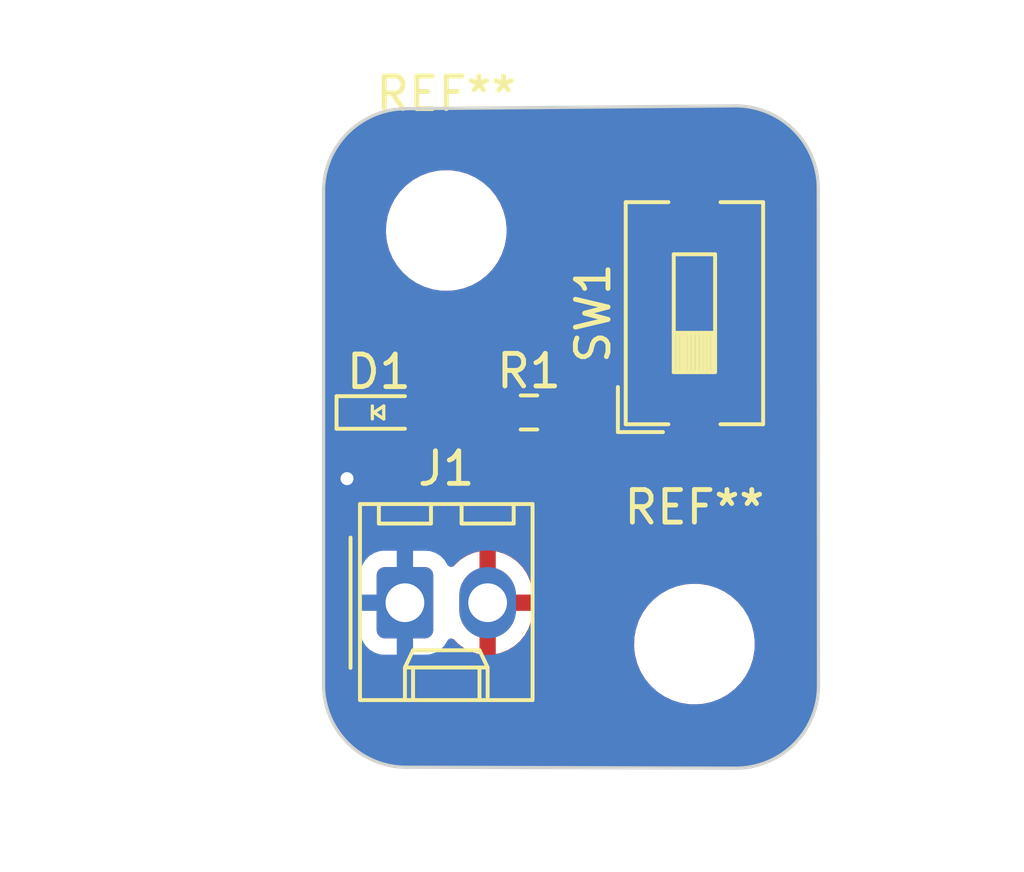
<source format=kicad_pcb>
(kicad_pcb (version 20221018) (generator pcbnew)
  (title_block (title "Proj1") (date "2022-08-16") (rev "0.0") (company "Illini Solar Car") (comment 1 "Designed By: Jack Chang"))
  (layers (0 "F.Cu" signal) (31 "B.Cu" signal) (34 "B.Paste" user) (35 "F.Paste" user) (36 "B.SilkS" user "B.Silkscreen") (37 "F.SilkS" user "F.Silkscreen") (38 "B.Mask" user) (39 "F.Mask" user) (44 "Edge.Cuts" user))
  (net 0 "")
  (net 1 "GND")
  (net 2 "Net-(D1-A)")
  (net 3 "+3V3")
  (net 4 "Net-(R1-Pad1)")
  (footprint "layout:LED_0603_Symbol_on_F.SilkS" (layer "F.Cu") (at 99.53 64.008)
    (fp_text reference "D1" (at 0 -1.25) (layer "F.SilkS"))
    (fp_text value "LED_RED")
    (fp_line (start -1.3 -0.5) (end -1.3 0.5) (stroke (width 0.12)) (layer "F.SilkS"))
    (fp_line (start -1.3 -0.5) (end 0.8 -0.5) (stroke (width 0.12)) (layer "F.SilkS"))
    (fp_line (start -1.3 0.5) (end 0.8 0.5) (stroke (width 0.12)) (layer "F.SilkS"))
    (fp_line (start -0.2 -0.2) (end -0.2 0.2) (stroke (width 0.1)) (layer "F.SilkS"))
    (fp_line (start -0.15 0) (end 0.15 -0.2) (stroke (width 0.1)) (layer "F.SilkS"))
    (fp_line (start 0.15 -0.2) (end 0.15 0.2) (stroke (width 0.1)) (layer "F.SilkS"))
    (fp_line (start 0.15 0.2) (end -0.15 0) (stroke (width 0.1)) (layer "F.SilkS"))
    (pad "1" smd rect (at -0.8 0 180) (size 0.8 0.8) (layers "F.Cu" "F.Paste" "F.Mask") (net 1 "GND"))
    (pad "2" smd rect (at 0.8 0 180) (size 0.8 0.8) (layers "F.Cu" "F.Paste" "F.Mask") (net 2 "Net-(D1-A)"))
  )
  (footprint "Resistor_SMD:R_0603_1608Metric_Pad0.98x0.95mm_HandSolder" (layer "F.Cu") (at 104.14 64.008 180)
    (fp_text reference "R1" (at 0 1.27) (layer "F.SilkS"))
    (fp_text value "105")
    (fp_line (start -0.254724 -0.5225) (end 0.254724 -0.5225) (stroke (width 0.12)) (layer "F.SilkS"))
    (fp_line (start -0.254724 0.5225) (end 0.254724 0.5225) (stroke (width 0.12)) (layer "F.SilkS"))
    (pad "1" smd roundrect (at -0.9125 0 180) (size 0.975 0.95) (layers "F.Cu" "F.Paste" "F.Mask") (net 4 "Net-(R1-Pad1)"))
    (pad "2" smd roundrect (at 0.9125 0 180) (size 0.975 0.95) (layers "F.Cu" "F.Paste" "F.Mask") (net 2 "Net-(D1-A)"))
  )
  (footprint "MountingHole:MountingHole_3.2mm_M3" (layer "F.Cu") (at 109.22 71.12)
    (fp_text reference "REF**" (at 0 -4.2) (layer "F.SilkS"))
    (fp_text value "MountingHole_3.2mm_M3")
    (pad "" np_thru_hole circle (at 0 0) (size 3.2 3.2) (drill 3.2) (layers "*.Cu" "*.Mask"))
  )
  (footprint "MountingHole:MountingHole_3.2mm_M3" (layer "F.Cu") (at 101.6 58.42)
    (fp_text reference "REF**" (at 0 -4.2) (layer "F.SilkS"))
    (fp_text value "MountingHole_3.2mm_M3")
    (pad "" np_thru_hole circle (at 0 0) (size 3.2 3.2) (drill 3.2) (layers "*.Cu" "*.Mask"))
  )
  (footprint "Button_Switch_SMD:SW_DIP_SPSTx01_Slide_6.7x4.1mm_W8.61mm_P2.54mm_LowProfile" (layer "F.Cu") (at 109.22 60.96 90)
    (fp_text reference "SW1" (at 0 -3.11 90) (layer "F.SilkS"))
    (fp_text value "SW_Push")
    (fp_line (start -3.65 -2.35) (end -3.65 -0.967) (stroke (width 0.12)) (layer "F.SilkS"))
    (fp_line (start -3.65 -2.35) (end -2.267 -2.35) (stroke (width 0.12)) (layer "F.SilkS"))
    (fp_line (start -3.41 -2.11) (end -3.41 -0.8) (stroke (width 0.12)) (layer "F.SilkS"))
    (fp_line (start -3.41 -2.11) (end 3.41 -2.11) (stroke (width 0.12)) (layer "F.SilkS"))
    (fp_line (start -3.41 0.8) (end -3.41 2.11) (stroke (width 0.12)) (layer "F.SilkS"))
    (fp_line (start -3.41 2.11) (end 3.41 2.11) (stroke (width 0.12)) (layer "F.SilkS"))
    (fp_line (start -1.81 -0.635) (end -1.81 0.635) (stroke (width 0.12)) (layer "F.SilkS"))
    (fp_line (start -1.81 -0.515) (end -0.603333 -0.515) (stroke (width 0.12)) (layer "F.SilkS"))
    (fp_line (start -1.81 -0.395) (end -0.603333 -0.395) (stroke (width 0.12)) (layer "F.SilkS"))
    (fp_line (start -1.81 -0.275) (end -0.603333 -0.275) (stroke (width 0.12)) (layer "F.SilkS"))
    (fp_line (start -1.81 -0.155) (end -0.603333 -0.155) (stroke (width 0.12)) (layer "F.SilkS"))
    (fp_line (start -1.81 -0.035) (end -0.603333 -0.035) (stroke (width 0.12)) (layer "F.SilkS"))
    (fp_line (start -1.81 0.085) (end -0.603333 0.085) (stroke (width 0.12)) (layer "F.SilkS"))
    (fp_line (start -1.81 0.205) (end -0.603333 0.205) (stroke (width 0.12)) (layer "F.SilkS"))
    (fp_line (start -1.81 0.325) (end -0.603333 0.325) (stroke (width 0.12)) (layer "F.SilkS"))
    (fp_line (start -1.81 0.445) (end -0.603333 0.445) (stroke (width 0.12)) (layer "F.SilkS"))
    (fp_line (start -1.81 0.565) (end -0.603333 0.565) (stroke (width 0.12)) (layer "F.SilkS"))
    (fp_line (start -1.81 0.635) (end 1.81 0.635) (stroke (width 0.12)) (layer "F.SilkS"))
    (fp_line (start -0.603333 -0.635) (end -0.603333 0.635) (stroke (width 0.12)) (layer "F.SilkS"))
    (fp_line (start 1.81 -0.635) (end -1.81 -0.635) (stroke (width 0.12)) (layer "F.SilkS"))
    (fp_line (start 1.81 0.635) (end 1.81 -0.635) (stroke (width 0.12)) (layer "F.SilkS"))
    (fp_line (start 3.41 -2.11) (end 3.41 -0.8) (stroke (width 0.12)) (layer "F.SilkS"))
    (fp_line (start 3.41 0.8) (end 3.41 2.11) (stroke (width 0.12)) (layer "F.SilkS"))
    (pad "1" smd rect (at -4.305 0 90) (size 2.44 1.12) (layers "F.Cu" "F.Paste" "F.Mask") (net 3 "+3V3"))
    (pad "2" smd rect (at 4.305 0 90) (size 2.44 1.12) (layers "F.Cu" "F.Paste" "F.Mask") (net 4 "Net-(R1-Pad1)"))
  )
  (footprint "Connector_Molex:Molex_KK-254_AE-6410-02A_1x02_P2.54mm_Vertical" (layer "F.Cu") (at 100.33 69.85)
    (fp_text reference "J1" (at 1.27 -4.12) (layer "F.SilkS"))
    (fp_text value "Conn_01x02")
    (fp_line (start -1.67 -2) (end -1.67 2) (stroke (width 0.12)) (layer "F.SilkS"))
    (fp_line (start -1.38 -3.03) (end -1.38 2.99) (stroke (width 0.12)) (layer "F.SilkS"))
    (fp_line (start -1.38 2.99) (end 3.92 2.99) (stroke (width 0.12)) (layer "F.SilkS"))
    (fp_line (start -0.8 -3.03) (end -0.8 -2.43) (stroke (width 0.12)) (layer "F.SilkS"))
    (fp_line (start -0.8 -2.43) (end 0.8 -2.43) (stroke (width 0.12)) (layer "F.SilkS"))
    (fp_line (start 0 1.99) (end 0.25 1.46) (stroke (width 0.12)) (layer "F.SilkS"))
    (fp_line (start 0 1.99) (end 2.54 1.99) (stroke (width 0.12)) (layer "F.SilkS"))
    (fp_line (start 0 2.99) (end 0 1.99) (stroke (width 0.12)) (layer "F.SilkS"))
    (fp_line (start 0.25 1.46) (end 2.29 1.46) (stroke (width 0.12)) (layer "F.SilkS"))
    (fp_line (start 0.25 2.99) (end 0.25 1.99) (stroke (width 0.12)) (layer "F.SilkS"))
    (fp_line (start 0.8 -2.43) (end 0.8 -3.03) (stroke (width 0.12)) (layer "F.SilkS"))
    (fp_line (start 1.74 -3.03) (end 1.74 -2.43) (stroke (width 0.12)) (layer "F.SilkS"))
    (fp_line (start 1.74 -2.43) (end 3.34 -2.43) (stroke (width 0.12)) (layer "F.SilkS"))
    (fp_line (start 2.29 1.46) (end 2.54 1.99) (stroke (width 0.12)) (layer "F.SilkS"))
    (fp_line (start 2.29 2.99) (end 2.29 1.99) (stroke (width 0.12)) (layer "F.SilkS"))
    (fp_line (start 2.54 1.99) (end 2.54 2.99) (stroke (width 0.12)) (layer "F.SilkS"))
    (fp_line (start 3.34 -2.43) (end 3.34 -3.03) (stroke (width 0.12)) (layer "F.SilkS"))
    (fp_line (start 3.92 -3.03) (end -1.38 -3.03) (stroke (width 0.12)) (layer "F.SilkS"))
    (fp_line (start 3.92 2.99) (end 3.92 -3.03) (stroke (width 0.12)) (layer "F.SilkS"))
    (pad "1" thru_hole roundrect (at 0 0) (size 1.74 2.19) (drill 1.19) (layers "*.Cu" "*.Mask") (roundrect_rratio 0.143678) (net 1 "GND"))
    (pad "2" thru_hole oval (at 2.54 0) (size 1.74 2.19) (drill 1.19) (layers "*.Cu" "*.Mask") (net 3 "+3V3"))
  )
  (gr_arc (start 110.482269 54.592855) (mid 112.27832 55.336804) (end 113.022269 57.132855) (stroke (width 0.1)) (layer "Edge.Cuts"))
  (gr_line (start 100.370677 54.679588) (end 110.482269 54.592855) (stroke (width 0.1)) (layer "Edge.Cuts"))
  (gr_line (start 97.830677 72.36165) (end 97.830677 57.219588) (stroke (width 0.1)) (layer "Edge.Cuts"))
  (gr_arc (start 100.370677 74.90165) (mid 98.574626 74.157701) (end 97.830677 72.36165) (stroke (width 0.1)) (layer "Edge.Cuts"))
  (gr_line (start 113.022269 57.132855) (end 113.03 72.39) (stroke (width 0.1)) (layer "Edge.Cuts"))
  (gr_arc (start 97.830677 57.219588) (mid 98.574626 55.423537) (end 100.370677 54.679588) (stroke (width 0.1)) (layer "Edge.Cuts"))
  (gr_arc (start 113.03 72.39) (mid 112.286051 74.186051) (end 110.49 74.93) (stroke (width 0.1)) (layer "Edge.Cuts"))
  (gr_line (start 110.49 74.93) (end 100.370677 74.90165) (stroke (width 0.1)) (layer "Edge.Cuts"))
  (segment (start 98.73 64.008) (end 98.73 65.862) (width 0.25) (layer "F.Cu") (net 1))
  (segment (start 98.73 65.862) (end 98.552 66.04) (width 0.25) (layer "F.Cu") (net 1))
  (via (at 98.552 66.04) (size 0.8) (drill 0.4) (layers "F.Cu" "B.Cu") (net 1))
  (segment (start 103.2275 64.008) (end 100.33 64.008) (width 0.25) (layer "F.Cu") (net 2))
  (segment (start 109.22 56.655) (end 107.429 56.655) (width 0.25) (layer "F.Cu") (net 4))
  (segment (start 105.156 64.008) (end 105.0525 64.008) (width 0.25) (layer "F.Cu") (net 4))
  (segment (start 106.172 62.992) (end 105.156 64.008) (width 0.25) (layer "F.Cu") (net 4))
  (segment (start 107.429 56.655) (end 106.172 57.912) (width 0.25) (layer "F.Cu") (net 4))
  (segment (start 106.172 57.912) (end 106.172 62.992) (width 0.25) (layer "F.Cu") (net 4))
  (zone (net 3) (net_name "+3V3") (layer "F.Cu") (connect_pads (clearance 0.508)) (min_thickness 0.25) (fill yes (thermal_gap 0.5) (thermal_bridge_width 0.5))
    (polygon (pts (xy 113.284 54.356) (xy 113.284 75.184) (xy 97.536 75.184) (xy 97.536 54.356)))
  )
  (zone (net 1) (net_name "GND") (layer "B.Cu") (priority 1) (connect_pads (clearance 0.508)) (min_thickness 0.25) (fill yes (thermal_gap 0.5) (thermal_bridge_width 0.5))
    (polygon (pts (xy 113.284 54.356) (xy 113.284 75.184) (xy 97.536 75.184) (xy 97.536 54.356)))
  )
)
</source>
